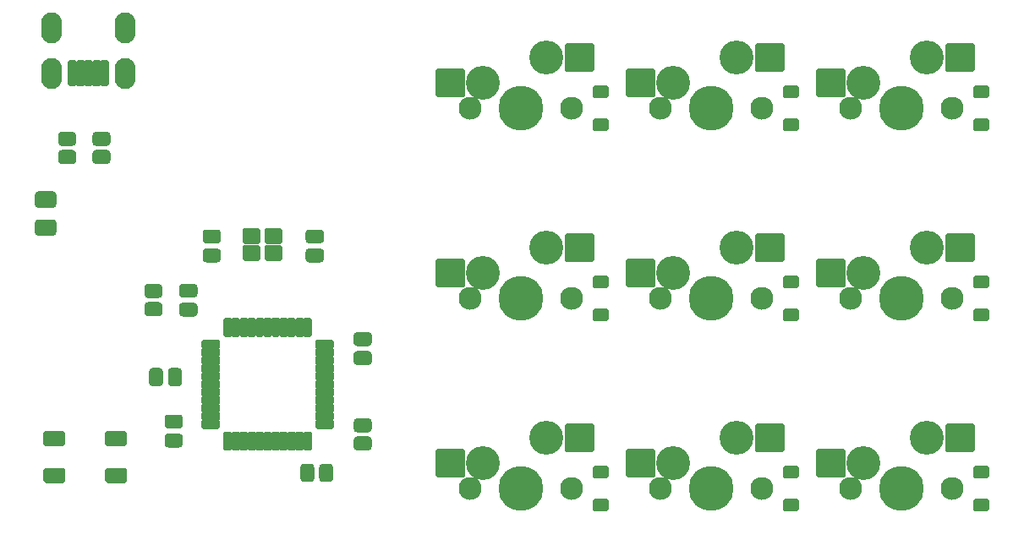
<source format=gbr>
%TF.GenerationSoftware,KiCad,Pcbnew,(5.1.9)-1*%
%TF.CreationDate,2021-06-16T12:24:14-05:00*%
%TF.ProjectId,practice-pcb-ai03-tutorial,70726163-7469-4636-952d-7063622d6169,rev?*%
%TF.SameCoordinates,Original*%
%TF.FileFunction,Soldermask,Bot*%
%TF.FilePolarity,Negative*%
%FSLAX46Y46*%
G04 Gerber Fmt 4.6, Leading zero omitted, Abs format (unit mm)*
G04 Created by KiCad (PCBNEW (5.1.9)-1) date 2021-06-16 12:24:14*
%MOMM*%
%LPD*%
G01*
G04 APERTURE LIST*
%ADD10C,3.400000*%
%ADD11C,2.300000*%
%ADD12C,4.500000*%
%ADD13O,2.100000X3.100000*%
G04 APERTURE END LIST*
D10*
%TO.C,SW1*%
X2540000Y5080000D03*
X-3810000Y2540000D03*
G36*
G01*
X7317000Y6330000D02*
X7317000Y3830000D01*
G75*
G02*
X7117000Y3630000I-200000J0D01*
G01*
X4567000Y3630000D01*
G75*
G02*
X4367000Y3830000I0J200000D01*
G01*
X4367000Y6330000D01*
G75*
G02*
X4567000Y6530000I200000J0D01*
G01*
X7117000Y6530000D01*
G75*
G02*
X7317000Y6330000I0J-200000D01*
G01*
G37*
D11*
X-5080000Y0D03*
X5080000Y0D03*
D12*
X0Y0D03*
G36*
G01*
X-5610000Y3790000D02*
X-5610000Y1290000D01*
G75*
G02*
X-5810000Y1090000I-200000J0D01*
G01*
X-8360000Y1090000D01*
G75*
G02*
X-8560000Y1290000I0J200000D01*
G01*
X-8560000Y3790000D01*
G75*
G02*
X-8360000Y3990000I200000J0D01*
G01*
X-5810000Y3990000D01*
G75*
G02*
X-5610000Y3790000I0J-200000D01*
G01*
G37*
%TD*%
%TO.C,SW2*%
G36*
G01*
X13440000Y3790000D02*
X13440000Y1290000D01*
G75*
G02*
X13240000Y1090000I-200000J0D01*
G01*
X10690000Y1090000D01*
G75*
G02*
X10490000Y1290000I0J200000D01*
G01*
X10490000Y3790000D01*
G75*
G02*
X10690000Y3990000I200000J0D01*
G01*
X13240000Y3990000D01*
G75*
G02*
X13440000Y3790000I0J-200000D01*
G01*
G37*
X19050000Y0D03*
D11*
X24130000Y0D03*
X13970000Y0D03*
G36*
G01*
X26367000Y6330000D02*
X26367000Y3830000D01*
G75*
G02*
X26167000Y3630000I-200000J0D01*
G01*
X23617000Y3630000D01*
G75*
G02*
X23417000Y3830000I0J200000D01*
G01*
X23417000Y6330000D01*
G75*
G02*
X23617000Y6530000I200000J0D01*
G01*
X26167000Y6530000D01*
G75*
G02*
X26367000Y6330000I0J-200000D01*
G01*
G37*
D10*
X15240000Y2540000D03*
X21590000Y5080000D03*
%TD*%
%TO.C,SW3*%
G36*
G01*
X32490000Y3790000D02*
X32490000Y1290000D01*
G75*
G02*
X32290000Y1090000I-200000J0D01*
G01*
X29740000Y1090000D01*
G75*
G02*
X29540000Y1290000I0J200000D01*
G01*
X29540000Y3790000D01*
G75*
G02*
X29740000Y3990000I200000J0D01*
G01*
X32290000Y3990000D01*
G75*
G02*
X32490000Y3790000I0J-200000D01*
G01*
G37*
D12*
X38100000Y0D03*
D11*
X43180000Y0D03*
X33020000Y0D03*
G36*
G01*
X45417000Y6330000D02*
X45417000Y3830000D01*
G75*
G02*
X45217000Y3630000I-200000J0D01*
G01*
X42667000Y3630000D01*
G75*
G02*
X42467000Y3830000I0J200000D01*
G01*
X42467000Y6330000D01*
G75*
G02*
X42667000Y6530000I200000J0D01*
G01*
X45217000Y6530000D01*
G75*
G02*
X45417000Y6330000I0J-200000D01*
G01*
G37*
D10*
X34290000Y2540000D03*
X40640000Y5080000D03*
%TD*%
%TO.C,SW4*%
G36*
G01*
X-5610000Y-15260000D02*
X-5610000Y-17760000D01*
G75*
G02*
X-5810000Y-17960000I-200000J0D01*
G01*
X-8360000Y-17960000D01*
G75*
G02*
X-8560000Y-17760000I0J200000D01*
G01*
X-8560000Y-15260000D01*
G75*
G02*
X-8360000Y-15060000I200000J0D01*
G01*
X-5810000Y-15060000D01*
G75*
G02*
X-5610000Y-15260000I0J-200000D01*
G01*
G37*
D12*
X0Y-19050000D03*
D11*
X5080000Y-19050000D03*
X-5080000Y-19050000D03*
G36*
G01*
X7317000Y-12720000D02*
X7317000Y-15220000D01*
G75*
G02*
X7117000Y-15420000I-200000J0D01*
G01*
X4567000Y-15420000D01*
G75*
G02*
X4367000Y-15220000I0J200000D01*
G01*
X4367000Y-12720000D01*
G75*
G02*
X4567000Y-12520000I200000J0D01*
G01*
X7117000Y-12520000D01*
G75*
G02*
X7317000Y-12720000I0J-200000D01*
G01*
G37*
D10*
X-3810000Y-16510000D03*
X2540000Y-13970000D03*
%TD*%
%TO.C,SW5*%
G36*
G01*
X13440000Y-15260000D02*
X13440000Y-17760000D01*
G75*
G02*
X13240000Y-17960000I-200000J0D01*
G01*
X10690000Y-17960000D01*
G75*
G02*
X10490000Y-17760000I0J200000D01*
G01*
X10490000Y-15260000D01*
G75*
G02*
X10690000Y-15060000I200000J0D01*
G01*
X13240000Y-15060000D01*
G75*
G02*
X13440000Y-15260000I0J-200000D01*
G01*
G37*
D12*
X19050000Y-19050000D03*
D11*
X24130000Y-19050000D03*
X13970000Y-19050000D03*
G36*
G01*
X26367000Y-12720000D02*
X26367000Y-15220000D01*
G75*
G02*
X26167000Y-15420000I-200000J0D01*
G01*
X23617000Y-15420000D01*
G75*
G02*
X23417000Y-15220000I0J200000D01*
G01*
X23417000Y-12720000D01*
G75*
G02*
X23617000Y-12520000I200000J0D01*
G01*
X26167000Y-12520000D01*
G75*
G02*
X26367000Y-12720000I0J-200000D01*
G01*
G37*
D10*
X15240000Y-16510000D03*
X21590000Y-13970000D03*
%TD*%
%TO.C,SW6*%
G36*
G01*
X32490000Y-15260000D02*
X32490000Y-17760000D01*
G75*
G02*
X32290000Y-17960000I-200000J0D01*
G01*
X29740000Y-17960000D01*
G75*
G02*
X29540000Y-17760000I0J200000D01*
G01*
X29540000Y-15260000D01*
G75*
G02*
X29740000Y-15060000I200000J0D01*
G01*
X32290000Y-15060000D01*
G75*
G02*
X32490000Y-15260000I0J-200000D01*
G01*
G37*
D12*
X38100000Y-19050000D03*
D11*
X43180000Y-19050000D03*
X33020000Y-19050000D03*
G36*
G01*
X45417000Y-12720000D02*
X45417000Y-15220000D01*
G75*
G02*
X45217000Y-15420000I-200000J0D01*
G01*
X42667000Y-15420000D01*
G75*
G02*
X42467000Y-15220000I0J200000D01*
G01*
X42467000Y-12720000D01*
G75*
G02*
X42667000Y-12520000I200000J0D01*
G01*
X45217000Y-12520000D01*
G75*
G02*
X45417000Y-12720000I0J-200000D01*
G01*
G37*
D10*
X34290000Y-16510000D03*
X40640000Y-13970000D03*
%TD*%
%TO.C,SW7*%
G36*
G01*
X-5610000Y-34310000D02*
X-5610000Y-36810000D01*
G75*
G02*
X-5810000Y-37010000I-200000J0D01*
G01*
X-8360000Y-37010000D01*
G75*
G02*
X-8560000Y-36810000I0J200000D01*
G01*
X-8560000Y-34310000D01*
G75*
G02*
X-8360000Y-34110000I200000J0D01*
G01*
X-5810000Y-34110000D01*
G75*
G02*
X-5610000Y-34310000I0J-200000D01*
G01*
G37*
D12*
X0Y-38100000D03*
D11*
X5080000Y-38100000D03*
X-5080000Y-38100000D03*
G36*
G01*
X7317000Y-31770000D02*
X7317000Y-34270000D01*
G75*
G02*
X7117000Y-34470000I-200000J0D01*
G01*
X4567000Y-34470000D01*
G75*
G02*
X4367000Y-34270000I0J200000D01*
G01*
X4367000Y-31770000D01*
G75*
G02*
X4567000Y-31570000I200000J0D01*
G01*
X7117000Y-31570000D01*
G75*
G02*
X7317000Y-31770000I0J-200000D01*
G01*
G37*
D10*
X-3810000Y-35560000D03*
X2540000Y-33020000D03*
%TD*%
%TO.C,SW8*%
G36*
G01*
X13440000Y-34310000D02*
X13440000Y-36810000D01*
G75*
G02*
X13240000Y-37010000I-200000J0D01*
G01*
X10690000Y-37010000D01*
G75*
G02*
X10490000Y-36810000I0J200000D01*
G01*
X10490000Y-34310000D01*
G75*
G02*
X10690000Y-34110000I200000J0D01*
G01*
X13240000Y-34110000D01*
G75*
G02*
X13440000Y-34310000I0J-200000D01*
G01*
G37*
D12*
X19050000Y-38100000D03*
D11*
X24130000Y-38100000D03*
X13970000Y-38100000D03*
G36*
G01*
X26367000Y-31770000D02*
X26367000Y-34270000D01*
G75*
G02*
X26167000Y-34470000I-200000J0D01*
G01*
X23617000Y-34470000D01*
G75*
G02*
X23417000Y-34270000I0J200000D01*
G01*
X23417000Y-31770000D01*
G75*
G02*
X23617000Y-31570000I200000J0D01*
G01*
X26167000Y-31570000D01*
G75*
G02*
X26367000Y-31770000I0J-200000D01*
G01*
G37*
D10*
X15240000Y-35560000D03*
X21590000Y-33020000D03*
%TD*%
%TO.C,SW9*%
G36*
G01*
X32490000Y-34310000D02*
X32490000Y-36810000D01*
G75*
G02*
X32290000Y-37010000I-200000J0D01*
G01*
X29740000Y-37010000D01*
G75*
G02*
X29540000Y-36810000I0J200000D01*
G01*
X29540000Y-34310000D01*
G75*
G02*
X29740000Y-34110000I200000J0D01*
G01*
X32290000Y-34110000D01*
G75*
G02*
X32490000Y-34310000I0J-200000D01*
G01*
G37*
D12*
X38100000Y-38100000D03*
D11*
X43180000Y-38100000D03*
X33020000Y-38100000D03*
G36*
G01*
X45417000Y-31770000D02*
X45417000Y-34270000D01*
G75*
G02*
X45217000Y-34470000I-200000J0D01*
G01*
X42667000Y-34470000D01*
G75*
G02*
X42467000Y-34270000I0J200000D01*
G01*
X42467000Y-31770000D01*
G75*
G02*
X42667000Y-31570000I200000J0D01*
G01*
X45217000Y-31570000D01*
G75*
G02*
X45417000Y-31770000I0J-200000D01*
G01*
G37*
D10*
X34290000Y-35560000D03*
X40640000Y-33020000D03*
%TD*%
D13*
%TO.C,USB1*%
X-46987500Y8032750D03*
X-39687500Y8032750D03*
X-39687500Y3532750D03*
X-46987500Y3532750D03*
G36*
G01*
X-45187500Y4857750D02*
X-44687500Y4857750D01*
G75*
G02*
X-44487500Y4657750I0J-200000D01*
G01*
X-44487500Y2407750D01*
G75*
G02*
X-44687500Y2207750I-200000J0D01*
G01*
X-45187500Y2207750D01*
G75*
G02*
X-45387500Y2407750I0J200000D01*
G01*
X-45387500Y4657750D01*
G75*
G02*
X-45187500Y4857750I200000J0D01*
G01*
G37*
G36*
G01*
X-44387500Y4857750D02*
X-43887500Y4857750D01*
G75*
G02*
X-43687500Y4657750I0J-200000D01*
G01*
X-43687500Y2407750D01*
G75*
G02*
X-43887500Y2207750I-200000J0D01*
G01*
X-44387500Y2207750D01*
G75*
G02*
X-44587500Y2407750I0J200000D01*
G01*
X-44587500Y4657750D01*
G75*
G02*
X-44387500Y4857750I200000J0D01*
G01*
G37*
G36*
G01*
X-43587500Y4857750D02*
X-43087500Y4857750D01*
G75*
G02*
X-42887500Y4657750I0J-200000D01*
G01*
X-42887500Y2407750D01*
G75*
G02*
X-43087500Y2207750I-200000J0D01*
G01*
X-43587500Y2207750D01*
G75*
G02*
X-43787500Y2407750I0J200000D01*
G01*
X-43787500Y4657750D01*
G75*
G02*
X-43587500Y4857750I200000J0D01*
G01*
G37*
G36*
G01*
X-42787500Y4857750D02*
X-42287500Y4857750D01*
G75*
G02*
X-42087500Y4657750I0J-200000D01*
G01*
X-42087500Y2407750D01*
G75*
G02*
X-42287500Y2207750I-200000J0D01*
G01*
X-42787500Y2207750D01*
G75*
G02*
X-42987500Y2407750I0J200000D01*
G01*
X-42987500Y4657750D01*
G75*
G02*
X-42787500Y4857750I200000J0D01*
G01*
G37*
G36*
G01*
X-41987500Y4857750D02*
X-41487500Y4857750D01*
G75*
G02*
X-41287500Y4657750I0J-200000D01*
G01*
X-41287500Y2407750D01*
G75*
G02*
X-41487500Y2207750I-200000J0D01*
G01*
X-41987500Y2207750D01*
G75*
G02*
X-42187500Y2407750I0J200000D01*
G01*
X-42187500Y4657750D01*
G75*
G02*
X-41987500Y4857750I200000J0D01*
G01*
G37*
%TD*%
%TO.C,R4*%
G36*
G01*
X-15322559Y-32462500D02*
X-16427441Y-32462500D01*
G75*
G02*
X-16775000Y-32114941I0J347559D01*
G01*
X-16775000Y-31385059D01*
G75*
G02*
X-16427441Y-31037500I347559J0D01*
G01*
X-15322559Y-31037500D01*
G75*
G02*
X-14975000Y-31385059I0J-347559D01*
G01*
X-14975000Y-32114941D01*
G75*
G02*
X-15322559Y-32462500I-347559J0D01*
G01*
G37*
G36*
G01*
X-15322559Y-34287500D02*
X-16427441Y-34287500D01*
G75*
G02*
X-16775000Y-33939941I0J347559D01*
G01*
X-16775000Y-33210059D01*
G75*
G02*
X-16427441Y-32862500I347559J0D01*
G01*
X-15322559Y-32862500D01*
G75*
G02*
X-14975000Y-33210059I0J-347559D01*
G01*
X-14975000Y-33939941D01*
G75*
G02*
X-15322559Y-34287500I-347559J0D01*
G01*
G37*
%TD*%
%TO.C,R3*%
G36*
G01*
X-37382441Y-19400500D02*
X-36277559Y-19400500D01*
G75*
G02*
X-35930000Y-19748059I0J-347559D01*
G01*
X-35930000Y-20477941D01*
G75*
G02*
X-36277559Y-20825500I-347559J0D01*
G01*
X-37382441Y-20825500D01*
G75*
G02*
X-37730000Y-20477941I0J347559D01*
G01*
X-37730000Y-19748059D01*
G75*
G02*
X-37382441Y-19400500I347559J0D01*
G01*
G37*
G36*
G01*
X-37382441Y-17575500D02*
X-36277559Y-17575500D01*
G75*
G02*
X-35930000Y-17923059I0J-347559D01*
G01*
X-35930000Y-18652941D01*
G75*
G02*
X-36277559Y-19000500I-347559J0D01*
G01*
X-37382441Y-19000500D01*
G75*
G02*
X-37730000Y-18652941I0J347559D01*
G01*
X-37730000Y-17923059D01*
G75*
G02*
X-37382441Y-17575500I347559J0D01*
G01*
G37*
%TD*%
%TO.C,R2*%
G36*
G01*
X-41484559Y-3760500D02*
X-42589441Y-3760500D01*
G75*
G02*
X-42937000Y-3412941I0J347559D01*
G01*
X-42937000Y-2683059D01*
G75*
G02*
X-42589441Y-2335500I347559J0D01*
G01*
X-41484559Y-2335500D01*
G75*
G02*
X-41137000Y-2683059I0J-347559D01*
G01*
X-41137000Y-3412941D01*
G75*
G02*
X-41484559Y-3760500I-347559J0D01*
G01*
G37*
G36*
G01*
X-41484559Y-5585500D02*
X-42589441Y-5585500D01*
G75*
G02*
X-42937000Y-5237941I0J347559D01*
G01*
X-42937000Y-4508059D01*
G75*
G02*
X-42589441Y-4160500I347559J0D01*
G01*
X-41484559Y-4160500D01*
G75*
G02*
X-41137000Y-4508059I0J-347559D01*
G01*
X-41137000Y-5237941D01*
G75*
G02*
X-41484559Y-5585500I-347559J0D01*
G01*
G37*
%TD*%
%TO.C,R1*%
G36*
G01*
X-44913559Y-3760500D02*
X-46018441Y-3760500D01*
G75*
G02*
X-46366000Y-3412941I0J347559D01*
G01*
X-46366000Y-2683059D01*
G75*
G02*
X-46018441Y-2335500I347559J0D01*
G01*
X-44913559Y-2335500D01*
G75*
G02*
X-44566000Y-2683059I0J-347559D01*
G01*
X-44566000Y-3412941D01*
G75*
G02*
X-44913559Y-3760500I-347559J0D01*
G01*
G37*
G36*
G01*
X-44913559Y-5585500D02*
X-46018441Y-5585500D01*
G75*
G02*
X-46366000Y-5237941I0J347559D01*
G01*
X-46366000Y-4508059D01*
G75*
G02*
X-46018441Y-4160500I347559J0D01*
G01*
X-44913559Y-4160500D01*
G75*
G02*
X-44566000Y-4508059I0J-347559D01*
G01*
X-44566000Y-5237941D01*
G75*
G02*
X-44913559Y-5585500I-347559J0D01*
G01*
G37*
%TD*%
%TO.C,Y1*%
G36*
G01*
X-23919250Y-12170750D02*
X-23919250Y-13370750D01*
G75*
G02*
X-24119250Y-13570750I-200000J0D01*
G01*
X-25519250Y-13570750D01*
G75*
G02*
X-25719250Y-13370750I0J200000D01*
G01*
X-25719250Y-12170750D01*
G75*
G02*
X-25519250Y-11970750I200000J0D01*
G01*
X-24119250Y-11970750D01*
G75*
G02*
X-23919250Y-12170750I0J-200000D01*
G01*
G37*
G36*
G01*
X-26119250Y-12170750D02*
X-26119250Y-13370750D01*
G75*
G02*
X-26319250Y-13570750I-200000J0D01*
G01*
X-27719250Y-13570750D01*
G75*
G02*
X-27919250Y-13370750I0J200000D01*
G01*
X-27919250Y-12170750D01*
G75*
G02*
X-27719250Y-11970750I200000J0D01*
G01*
X-26319250Y-11970750D01*
G75*
G02*
X-26119250Y-12170750I0J-200000D01*
G01*
G37*
G36*
G01*
X-26119250Y-13870750D02*
X-26119250Y-15070750D01*
G75*
G02*
X-26319250Y-15270750I-200000J0D01*
G01*
X-27719250Y-15270750D01*
G75*
G02*
X-27919250Y-15070750I0J200000D01*
G01*
X-27919250Y-13870750D01*
G75*
G02*
X-27719250Y-13670750I200000J0D01*
G01*
X-26319250Y-13670750D01*
G75*
G02*
X-26119250Y-13870750I0J-200000D01*
G01*
G37*
G36*
G01*
X-23919250Y-13870750D02*
X-23919250Y-15070750D01*
G75*
G02*
X-24119250Y-15270750I-200000J0D01*
G01*
X-25519250Y-15270750D01*
G75*
G02*
X-25719250Y-15070750I0J200000D01*
G01*
X-25719250Y-13870750D01*
G75*
G02*
X-25519250Y-13670750I200000J0D01*
G01*
X-24119250Y-13670750D01*
G75*
G02*
X-23919250Y-13870750I0J-200000D01*
G01*
G37*
%TD*%
%TO.C,U1*%
G36*
G01*
X-32043750Y-31912500D02*
X-32043750Y-31362500D01*
G75*
G02*
X-31843750Y-31162500I200000J0D01*
G01*
X-30343750Y-31162500D01*
G75*
G02*
X-30143750Y-31362500I0J-200000D01*
G01*
X-30143750Y-31912500D01*
G75*
G02*
X-30343750Y-32112500I-200000J0D01*
G01*
X-31843750Y-32112500D01*
G75*
G02*
X-32043750Y-31912500I0J200000D01*
G01*
G37*
G36*
G01*
X-32043750Y-31112500D02*
X-32043750Y-30562500D01*
G75*
G02*
X-31843750Y-30362500I200000J0D01*
G01*
X-30343750Y-30362500D01*
G75*
G02*
X-30143750Y-30562500I0J-200000D01*
G01*
X-30143750Y-31112500D01*
G75*
G02*
X-30343750Y-31312500I-200000J0D01*
G01*
X-31843750Y-31312500D01*
G75*
G02*
X-32043750Y-31112500I0J200000D01*
G01*
G37*
G36*
G01*
X-32043750Y-30312500D02*
X-32043750Y-29762500D01*
G75*
G02*
X-31843750Y-29562500I200000J0D01*
G01*
X-30343750Y-29562500D01*
G75*
G02*
X-30143750Y-29762500I0J-200000D01*
G01*
X-30143750Y-30312500D01*
G75*
G02*
X-30343750Y-30512500I-200000J0D01*
G01*
X-31843750Y-30512500D01*
G75*
G02*
X-32043750Y-30312500I0J200000D01*
G01*
G37*
G36*
G01*
X-32043750Y-29512500D02*
X-32043750Y-28962500D01*
G75*
G02*
X-31843750Y-28762500I200000J0D01*
G01*
X-30343750Y-28762500D01*
G75*
G02*
X-30143750Y-28962500I0J-200000D01*
G01*
X-30143750Y-29512500D01*
G75*
G02*
X-30343750Y-29712500I-200000J0D01*
G01*
X-31843750Y-29712500D01*
G75*
G02*
X-32043750Y-29512500I0J200000D01*
G01*
G37*
G36*
G01*
X-32043750Y-28712500D02*
X-32043750Y-28162500D01*
G75*
G02*
X-31843750Y-27962500I200000J0D01*
G01*
X-30343750Y-27962500D01*
G75*
G02*
X-30143750Y-28162500I0J-200000D01*
G01*
X-30143750Y-28712500D01*
G75*
G02*
X-30343750Y-28912500I-200000J0D01*
G01*
X-31843750Y-28912500D01*
G75*
G02*
X-32043750Y-28712500I0J200000D01*
G01*
G37*
G36*
G01*
X-32043750Y-27912500D02*
X-32043750Y-27362500D01*
G75*
G02*
X-31843750Y-27162500I200000J0D01*
G01*
X-30343750Y-27162500D01*
G75*
G02*
X-30143750Y-27362500I0J-200000D01*
G01*
X-30143750Y-27912500D01*
G75*
G02*
X-30343750Y-28112500I-200000J0D01*
G01*
X-31843750Y-28112500D01*
G75*
G02*
X-32043750Y-27912500I0J200000D01*
G01*
G37*
G36*
G01*
X-32043750Y-27112500D02*
X-32043750Y-26562500D01*
G75*
G02*
X-31843750Y-26362500I200000J0D01*
G01*
X-30343750Y-26362500D01*
G75*
G02*
X-30143750Y-26562500I0J-200000D01*
G01*
X-30143750Y-27112500D01*
G75*
G02*
X-30343750Y-27312500I-200000J0D01*
G01*
X-31843750Y-27312500D01*
G75*
G02*
X-32043750Y-27112500I0J200000D01*
G01*
G37*
G36*
G01*
X-32043750Y-26312500D02*
X-32043750Y-25762500D01*
G75*
G02*
X-31843750Y-25562500I200000J0D01*
G01*
X-30343750Y-25562500D01*
G75*
G02*
X-30143750Y-25762500I0J-200000D01*
G01*
X-30143750Y-26312500D01*
G75*
G02*
X-30343750Y-26512500I-200000J0D01*
G01*
X-31843750Y-26512500D01*
G75*
G02*
X-32043750Y-26312500I0J200000D01*
G01*
G37*
G36*
G01*
X-32043750Y-25512500D02*
X-32043750Y-24962500D01*
G75*
G02*
X-31843750Y-24762500I200000J0D01*
G01*
X-30343750Y-24762500D01*
G75*
G02*
X-30143750Y-24962500I0J-200000D01*
G01*
X-30143750Y-25512500D01*
G75*
G02*
X-30343750Y-25712500I-200000J0D01*
G01*
X-31843750Y-25712500D01*
G75*
G02*
X-32043750Y-25512500I0J200000D01*
G01*
G37*
G36*
G01*
X-32043750Y-24712500D02*
X-32043750Y-24162500D01*
G75*
G02*
X-31843750Y-23962500I200000J0D01*
G01*
X-30343750Y-23962500D01*
G75*
G02*
X-30143750Y-24162500I0J-200000D01*
G01*
X-30143750Y-24712500D01*
G75*
G02*
X-30343750Y-24912500I-200000J0D01*
G01*
X-31843750Y-24912500D01*
G75*
G02*
X-32043750Y-24712500I0J200000D01*
G01*
G37*
G36*
G01*
X-32043750Y-23912500D02*
X-32043750Y-23362500D01*
G75*
G02*
X-31843750Y-23162500I200000J0D01*
G01*
X-30343750Y-23162500D01*
G75*
G02*
X-30143750Y-23362500I0J-200000D01*
G01*
X-30143750Y-23912500D01*
G75*
G02*
X-30343750Y-24112500I-200000J0D01*
G01*
X-31843750Y-24112500D01*
G75*
G02*
X-32043750Y-23912500I0J200000D01*
G01*
G37*
G36*
G01*
X-29668750Y-20987500D02*
X-29118750Y-20987500D01*
G75*
G02*
X-28918750Y-21187500I0J-200000D01*
G01*
X-28918750Y-22687500D01*
G75*
G02*
X-29118750Y-22887500I-200000J0D01*
G01*
X-29668750Y-22887500D01*
G75*
G02*
X-29868750Y-22687500I0J200000D01*
G01*
X-29868750Y-21187500D01*
G75*
G02*
X-29668750Y-20987500I200000J0D01*
G01*
G37*
G36*
G01*
X-28868750Y-20987500D02*
X-28318750Y-20987500D01*
G75*
G02*
X-28118750Y-21187500I0J-200000D01*
G01*
X-28118750Y-22687500D01*
G75*
G02*
X-28318750Y-22887500I-200000J0D01*
G01*
X-28868750Y-22887500D01*
G75*
G02*
X-29068750Y-22687500I0J200000D01*
G01*
X-29068750Y-21187500D01*
G75*
G02*
X-28868750Y-20987500I200000J0D01*
G01*
G37*
G36*
G01*
X-28068750Y-20987500D02*
X-27518750Y-20987500D01*
G75*
G02*
X-27318750Y-21187500I0J-200000D01*
G01*
X-27318750Y-22687500D01*
G75*
G02*
X-27518750Y-22887500I-200000J0D01*
G01*
X-28068750Y-22887500D01*
G75*
G02*
X-28268750Y-22687500I0J200000D01*
G01*
X-28268750Y-21187500D01*
G75*
G02*
X-28068750Y-20987500I200000J0D01*
G01*
G37*
G36*
G01*
X-27268750Y-20987500D02*
X-26718750Y-20987500D01*
G75*
G02*
X-26518750Y-21187500I0J-200000D01*
G01*
X-26518750Y-22687500D01*
G75*
G02*
X-26718750Y-22887500I-200000J0D01*
G01*
X-27268750Y-22887500D01*
G75*
G02*
X-27468750Y-22687500I0J200000D01*
G01*
X-27468750Y-21187500D01*
G75*
G02*
X-27268750Y-20987500I200000J0D01*
G01*
G37*
G36*
G01*
X-26468750Y-20987500D02*
X-25918750Y-20987500D01*
G75*
G02*
X-25718750Y-21187500I0J-200000D01*
G01*
X-25718750Y-22687500D01*
G75*
G02*
X-25918750Y-22887500I-200000J0D01*
G01*
X-26468750Y-22887500D01*
G75*
G02*
X-26668750Y-22687500I0J200000D01*
G01*
X-26668750Y-21187500D01*
G75*
G02*
X-26468750Y-20987500I200000J0D01*
G01*
G37*
G36*
G01*
X-25668750Y-20987500D02*
X-25118750Y-20987500D01*
G75*
G02*
X-24918750Y-21187500I0J-200000D01*
G01*
X-24918750Y-22687500D01*
G75*
G02*
X-25118750Y-22887500I-200000J0D01*
G01*
X-25668750Y-22887500D01*
G75*
G02*
X-25868750Y-22687500I0J200000D01*
G01*
X-25868750Y-21187500D01*
G75*
G02*
X-25668750Y-20987500I200000J0D01*
G01*
G37*
G36*
G01*
X-24868750Y-20987500D02*
X-24318750Y-20987500D01*
G75*
G02*
X-24118750Y-21187500I0J-200000D01*
G01*
X-24118750Y-22687500D01*
G75*
G02*
X-24318750Y-22887500I-200000J0D01*
G01*
X-24868750Y-22887500D01*
G75*
G02*
X-25068750Y-22687500I0J200000D01*
G01*
X-25068750Y-21187500D01*
G75*
G02*
X-24868750Y-20987500I200000J0D01*
G01*
G37*
G36*
G01*
X-24068750Y-20987500D02*
X-23518750Y-20987500D01*
G75*
G02*
X-23318750Y-21187500I0J-200000D01*
G01*
X-23318750Y-22687500D01*
G75*
G02*
X-23518750Y-22887500I-200000J0D01*
G01*
X-24068750Y-22887500D01*
G75*
G02*
X-24268750Y-22687500I0J200000D01*
G01*
X-24268750Y-21187500D01*
G75*
G02*
X-24068750Y-20987500I200000J0D01*
G01*
G37*
G36*
G01*
X-23268750Y-20987500D02*
X-22718750Y-20987500D01*
G75*
G02*
X-22518750Y-21187500I0J-200000D01*
G01*
X-22518750Y-22687500D01*
G75*
G02*
X-22718750Y-22887500I-200000J0D01*
G01*
X-23268750Y-22887500D01*
G75*
G02*
X-23468750Y-22687500I0J200000D01*
G01*
X-23468750Y-21187500D01*
G75*
G02*
X-23268750Y-20987500I200000J0D01*
G01*
G37*
G36*
G01*
X-22468750Y-20987500D02*
X-21918750Y-20987500D01*
G75*
G02*
X-21718750Y-21187500I0J-200000D01*
G01*
X-21718750Y-22687500D01*
G75*
G02*
X-21918750Y-22887500I-200000J0D01*
G01*
X-22468750Y-22887500D01*
G75*
G02*
X-22668750Y-22687500I0J200000D01*
G01*
X-22668750Y-21187500D01*
G75*
G02*
X-22468750Y-20987500I200000J0D01*
G01*
G37*
G36*
G01*
X-21668750Y-20987500D02*
X-21118750Y-20987500D01*
G75*
G02*
X-20918750Y-21187500I0J-200000D01*
G01*
X-20918750Y-22687500D01*
G75*
G02*
X-21118750Y-22887500I-200000J0D01*
G01*
X-21668750Y-22887500D01*
G75*
G02*
X-21868750Y-22687500I0J200000D01*
G01*
X-21868750Y-21187500D01*
G75*
G02*
X-21668750Y-20987500I200000J0D01*
G01*
G37*
G36*
G01*
X-20643750Y-23912500D02*
X-20643750Y-23362500D01*
G75*
G02*
X-20443750Y-23162500I200000J0D01*
G01*
X-18943750Y-23162500D01*
G75*
G02*
X-18743750Y-23362500I0J-200000D01*
G01*
X-18743750Y-23912500D01*
G75*
G02*
X-18943750Y-24112500I-200000J0D01*
G01*
X-20443750Y-24112500D01*
G75*
G02*
X-20643750Y-23912500I0J200000D01*
G01*
G37*
G36*
G01*
X-20643750Y-24712500D02*
X-20643750Y-24162500D01*
G75*
G02*
X-20443750Y-23962500I200000J0D01*
G01*
X-18943750Y-23962500D01*
G75*
G02*
X-18743750Y-24162500I0J-200000D01*
G01*
X-18743750Y-24712500D01*
G75*
G02*
X-18943750Y-24912500I-200000J0D01*
G01*
X-20443750Y-24912500D01*
G75*
G02*
X-20643750Y-24712500I0J200000D01*
G01*
G37*
G36*
G01*
X-20643750Y-25512500D02*
X-20643750Y-24962500D01*
G75*
G02*
X-20443750Y-24762500I200000J0D01*
G01*
X-18943750Y-24762500D01*
G75*
G02*
X-18743750Y-24962500I0J-200000D01*
G01*
X-18743750Y-25512500D01*
G75*
G02*
X-18943750Y-25712500I-200000J0D01*
G01*
X-20443750Y-25712500D01*
G75*
G02*
X-20643750Y-25512500I0J200000D01*
G01*
G37*
G36*
G01*
X-20643750Y-26312500D02*
X-20643750Y-25762500D01*
G75*
G02*
X-20443750Y-25562500I200000J0D01*
G01*
X-18943750Y-25562500D01*
G75*
G02*
X-18743750Y-25762500I0J-200000D01*
G01*
X-18743750Y-26312500D01*
G75*
G02*
X-18943750Y-26512500I-200000J0D01*
G01*
X-20443750Y-26512500D01*
G75*
G02*
X-20643750Y-26312500I0J200000D01*
G01*
G37*
G36*
G01*
X-20643750Y-27112500D02*
X-20643750Y-26562500D01*
G75*
G02*
X-20443750Y-26362500I200000J0D01*
G01*
X-18943750Y-26362500D01*
G75*
G02*
X-18743750Y-26562500I0J-200000D01*
G01*
X-18743750Y-27112500D01*
G75*
G02*
X-18943750Y-27312500I-200000J0D01*
G01*
X-20443750Y-27312500D01*
G75*
G02*
X-20643750Y-27112500I0J200000D01*
G01*
G37*
G36*
G01*
X-20643750Y-27912500D02*
X-20643750Y-27362500D01*
G75*
G02*
X-20443750Y-27162500I200000J0D01*
G01*
X-18943750Y-27162500D01*
G75*
G02*
X-18743750Y-27362500I0J-200000D01*
G01*
X-18743750Y-27912500D01*
G75*
G02*
X-18943750Y-28112500I-200000J0D01*
G01*
X-20443750Y-28112500D01*
G75*
G02*
X-20643750Y-27912500I0J200000D01*
G01*
G37*
G36*
G01*
X-20643750Y-28712500D02*
X-20643750Y-28162500D01*
G75*
G02*
X-20443750Y-27962500I200000J0D01*
G01*
X-18943750Y-27962500D01*
G75*
G02*
X-18743750Y-28162500I0J-200000D01*
G01*
X-18743750Y-28712500D01*
G75*
G02*
X-18943750Y-28912500I-200000J0D01*
G01*
X-20443750Y-28912500D01*
G75*
G02*
X-20643750Y-28712500I0J200000D01*
G01*
G37*
G36*
G01*
X-20643750Y-29512500D02*
X-20643750Y-28962500D01*
G75*
G02*
X-20443750Y-28762500I200000J0D01*
G01*
X-18943750Y-28762500D01*
G75*
G02*
X-18743750Y-28962500I0J-200000D01*
G01*
X-18743750Y-29512500D01*
G75*
G02*
X-18943750Y-29712500I-200000J0D01*
G01*
X-20443750Y-29712500D01*
G75*
G02*
X-20643750Y-29512500I0J200000D01*
G01*
G37*
G36*
G01*
X-20643750Y-30312500D02*
X-20643750Y-29762500D01*
G75*
G02*
X-20443750Y-29562500I200000J0D01*
G01*
X-18943750Y-29562500D01*
G75*
G02*
X-18743750Y-29762500I0J-200000D01*
G01*
X-18743750Y-30312500D01*
G75*
G02*
X-18943750Y-30512500I-200000J0D01*
G01*
X-20443750Y-30512500D01*
G75*
G02*
X-20643750Y-30312500I0J200000D01*
G01*
G37*
G36*
G01*
X-20643750Y-31112500D02*
X-20643750Y-30562500D01*
G75*
G02*
X-20443750Y-30362500I200000J0D01*
G01*
X-18943750Y-30362500D01*
G75*
G02*
X-18743750Y-30562500I0J-200000D01*
G01*
X-18743750Y-31112500D01*
G75*
G02*
X-18943750Y-31312500I-200000J0D01*
G01*
X-20443750Y-31312500D01*
G75*
G02*
X-20643750Y-31112500I0J200000D01*
G01*
G37*
G36*
G01*
X-20643750Y-31912500D02*
X-20643750Y-31362500D01*
G75*
G02*
X-20443750Y-31162500I200000J0D01*
G01*
X-18943750Y-31162500D01*
G75*
G02*
X-18743750Y-31362500I0J-200000D01*
G01*
X-18743750Y-31912500D01*
G75*
G02*
X-18943750Y-32112500I-200000J0D01*
G01*
X-20443750Y-32112500D01*
G75*
G02*
X-20643750Y-31912500I0J200000D01*
G01*
G37*
G36*
G01*
X-21668750Y-32387500D02*
X-21118750Y-32387500D01*
G75*
G02*
X-20918750Y-32587500I0J-200000D01*
G01*
X-20918750Y-34087500D01*
G75*
G02*
X-21118750Y-34287500I-200000J0D01*
G01*
X-21668750Y-34287500D01*
G75*
G02*
X-21868750Y-34087500I0J200000D01*
G01*
X-21868750Y-32587500D01*
G75*
G02*
X-21668750Y-32387500I200000J0D01*
G01*
G37*
G36*
G01*
X-22468750Y-32387500D02*
X-21918750Y-32387500D01*
G75*
G02*
X-21718750Y-32587500I0J-200000D01*
G01*
X-21718750Y-34087500D01*
G75*
G02*
X-21918750Y-34287500I-200000J0D01*
G01*
X-22468750Y-34287500D01*
G75*
G02*
X-22668750Y-34087500I0J200000D01*
G01*
X-22668750Y-32587500D01*
G75*
G02*
X-22468750Y-32387500I200000J0D01*
G01*
G37*
G36*
G01*
X-23268750Y-32387500D02*
X-22718750Y-32387500D01*
G75*
G02*
X-22518750Y-32587500I0J-200000D01*
G01*
X-22518750Y-34087500D01*
G75*
G02*
X-22718750Y-34287500I-200000J0D01*
G01*
X-23268750Y-34287500D01*
G75*
G02*
X-23468750Y-34087500I0J200000D01*
G01*
X-23468750Y-32587500D01*
G75*
G02*
X-23268750Y-32387500I200000J0D01*
G01*
G37*
G36*
G01*
X-24068750Y-32387500D02*
X-23518750Y-32387500D01*
G75*
G02*
X-23318750Y-32587500I0J-200000D01*
G01*
X-23318750Y-34087500D01*
G75*
G02*
X-23518750Y-34287500I-200000J0D01*
G01*
X-24068750Y-34287500D01*
G75*
G02*
X-24268750Y-34087500I0J200000D01*
G01*
X-24268750Y-32587500D01*
G75*
G02*
X-24068750Y-32387500I200000J0D01*
G01*
G37*
G36*
G01*
X-24868750Y-32387500D02*
X-24318750Y-32387500D01*
G75*
G02*
X-24118750Y-32587500I0J-200000D01*
G01*
X-24118750Y-34087500D01*
G75*
G02*
X-24318750Y-34287500I-200000J0D01*
G01*
X-24868750Y-34287500D01*
G75*
G02*
X-25068750Y-34087500I0J200000D01*
G01*
X-25068750Y-32587500D01*
G75*
G02*
X-24868750Y-32387500I200000J0D01*
G01*
G37*
G36*
G01*
X-25668750Y-32387500D02*
X-25118750Y-32387500D01*
G75*
G02*
X-24918750Y-32587500I0J-200000D01*
G01*
X-24918750Y-34087500D01*
G75*
G02*
X-25118750Y-34287500I-200000J0D01*
G01*
X-25668750Y-34287500D01*
G75*
G02*
X-25868750Y-34087500I0J200000D01*
G01*
X-25868750Y-32587500D01*
G75*
G02*
X-25668750Y-32387500I200000J0D01*
G01*
G37*
G36*
G01*
X-26468750Y-32387500D02*
X-25918750Y-32387500D01*
G75*
G02*
X-25718750Y-32587500I0J-200000D01*
G01*
X-25718750Y-34087500D01*
G75*
G02*
X-25918750Y-34287500I-200000J0D01*
G01*
X-26468750Y-34287500D01*
G75*
G02*
X-26668750Y-34087500I0J200000D01*
G01*
X-26668750Y-32587500D01*
G75*
G02*
X-26468750Y-32387500I200000J0D01*
G01*
G37*
G36*
G01*
X-27268750Y-32387500D02*
X-26718750Y-32387500D01*
G75*
G02*
X-26518750Y-32587500I0J-200000D01*
G01*
X-26518750Y-34087500D01*
G75*
G02*
X-26718750Y-34287500I-200000J0D01*
G01*
X-27268750Y-34287500D01*
G75*
G02*
X-27468750Y-34087500I0J200000D01*
G01*
X-27468750Y-32587500D01*
G75*
G02*
X-27268750Y-32387500I200000J0D01*
G01*
G37*
G36*
G01*
X-28068750Y-32387500D02*
X-27518750Y-32387500D01*
G75*
G02*
X-27318750Y-32587500I0J-200000D01*
G01*
X-27318750Y-34087500D01*
G75*
G02*
X-27518750Y-34287500I-200000J0D01*
G01*
X-28068750Y-34287500D01*
G75*
G02*
X-28268750Y-34087500I0J200000D01*
G01*
X-28268750Y-32587500D01*
G75*
G02*
X-28068750Y-32387500I200000J0D01*
G01*
G37*
G36*
G01*
X-28868750Y-32387500D02*
X-28318750Y-32387500D01*
G75*
G02*
X-28118750Y-32587500I0J-200000D01*
G01*
X-28118750Y-34087500D01*
G75*
G02*
X-28318750Y-34287500I-200000J0D01*
G01*
X-28868750Y-34287500D01*
G75*
G02*
X-29068750Y-34087500I0J200000D01*
G01*
X-29068750Y-32587500D01*
G75*
G02*
X-28868750Y-32387500I200000J0D01*
G01*
G37*
G36*
G01*
X-29668750Y-32387500D02*
X-29118750Y-32387500D01*
G75*
G02*
X-28918750Y-32587500I0J-200000D01*
G01*
X-28918750Y-34087500D01*
G75*
G02*
X-29118750Y-34287500I-200000J0D01*
G01*
X-29668750Y-34287500D01*
G75*
G02*
X-29868750Y-34087500I0J200000D01*
G01*
X-29868750Y-32587500D01*
G75*
G02*
X-29668750Y-32387500I200000J0D01*
G01*
G37*
%TD*%
%TO.C,RESET1*%
G36*
G01*
X-41656250Y-33625000D02*
X-41656250Y-32525000D01*
G75*
G02*
X-41456250Y-32325000I200000J0D01*
G01*
X-39656250Y-32325000D01*
G75*
G02*
X-39456250Y-32525000I0J-200000D01*
G01*
X-39456250Y-33625000D01*
G75*
G02*
X-39656250Y-33825000I-200000J0D01*
G01*
X-41456250Y-33825000D01*
G75*
G02*
X-41656250Y-33625000I0J200000D01*
G01*
G37*
G36*
G01*
X-47856250Y-37325000D02*
X-47856250Y-36225000D01*
G75*
G02*
X-47656250Y-36025000I200000J0D01*
G01*
X-45856250Y-36025000D01*
G75*
G02*
X-45656250Y-36225000I0J-200000D01*
G01*
X-45656250Y-37325000D01*
G75*
G02*
X-45856250Y-37525000I-200000J0D01*
G01*
X-47656250Y-37525000D01*
G75*
G02*
X-47856250Y-37325000I0J200000D01*
G01*
G37*
G36*
G01*
X-41656250Y-37325000D02*
X-41656250Y-36225000D01*
G75*
G02*
X-41456250Y-36025000I200000J0D01*
G01*
X-39656250Y-36025000D01*
G75*
G02*
X-39456250Y-36225000I0J-200000D01*
G01*
X-39456250Y-37325000D01*
G75*
G02*
X-39656250Y-37525000I-200000J0D01*
G01*
X-41456250Y-37525000D01*
G75*
G02*
X-41656250Y-37325000I0J200000D01*
G01*
G37*
G36*
G01*
X-47856250Y-33625000D02*
X-47856250Y-32525000D01*
G75*
G02*
X-47656250Y-32325000I200000J0D01*
G01*
X-45856250Y-32325000D01*
G75*
G02*
X-45656250Y-32525000I0J-200000D01*
G01*
X-45656250Y-33625000D01*
G75*
G02*
X-45856250Y-33825000I-200000J0D01*
G01*
X-47656250Y-33825000D01*
G75*
G02*
X-47856250Y-33625000I0J200000D01*
G01*
G37*
%TD*%
%TO.C,F1*%
G36*
G01*
X-46880000Y-9963000D02*
X-48370000Y-9963000D01*
G75*
G02*
X-48700000Y-9633000I0J330000D01*
G01*
X-48700000Y-8643000D01*
G75*
G02*
X-48370000Y-8313000I330000J0D01*
G01*
X-46880000Y-8313000D01*
G75*
G02*
X-46550000Y-8643000I0J-330000D01*
G01*
X-46550000Y-9633000D01*
G75*
G02*
X-46880000Y-9963000I-330000J0D01*
G01*
G37*
G36*
G01*
X-46880000Y-12763000D02*
X-48370000Y-12763000D01*
G75*
G02*
X-48700000Y-12433000I0J330000D01*
G01*
X-48700000Y-11443000D01*
G75*
G02*
X-48370000Y-11113000I330000J0D01*
G01*
X-46880000Y-11113000D01*
G75*
G02*
X-46550000Y-11443000I0J-330000D01*
G01*
X-46550000Y-12433000D01*
G75*
G02*
X-46880000Y-12763000I-330000J0D01*
G01*
G37*
%TD*%
%TO.C,D9*%
G36*
G01*
X46637500Y-37100000D02*
X45437500Y-37100000D01*
G75*
G02*
X45237500Y-36900000I0J200000D01*
G01*
X45237500Y-36000000D01*
G75*
G02*
X45437500Y-35800000I200000J0D01*
G01*
X46637500Y-35800000D01*
G75*
G02*
X46837500Y-36000000I0J-200000D01*
G01*
X46837500Y-36900000D01*
G75*
G02*
X46637500Y-37100000I-200000J0D01*
G01*
G37*
G36*
G01*
X46637500Y-40400000D02*
X45437500Y-40400000D01*
G75*
G02*
X45237500Y-40200000I0J200000D01*
G01*
X45237500Y-39300000D01*
G75*
G02*
X45437500Y-39100000I200000J0D01*
G01*
X46637500Y-39100000D01*
G75*
G02*
X46837500Y-39300000I0J-200000D01*
G01*
X46837500Y-40200000D01*
G75*
G02*
X46637500Y-40400000I-200000J0D01*
G01*
G37*
%TD*%
%TO.C,D8*%
G36*
G01*
X27587500Y-37100000D02*
X26387500Y-37100000D01*
G75*
G02*
X26187500Y-36900000I0J200000D01*
G01*
X26187500Y-36000000D01*
G75*
G02*
X26387500Y-35800000I200000J0D01*
G01*
X27587500Y-35800000D01*
G75*
G02*
X27787500Y-36000000I0J-200000D01*
G01*
X27787500Y-36900000D01*
G75*
G02*
X27587500Y-37100000I-200000J0D01*
G01*
G37*
G36*
G01*
X27587500Y-40400000D02*
X26387500Y-40400000D01*
G75*
G02*
X26187500Y-40200000I0J200000D01*
G01*
X26187500Y-39300000D01*
G75*
G02*
X26387500Y-39100000I200000J0D01*
G01*
X27587500Y-39100000D01*
G75*
G02*
X27787500Y-39300000I0J-200000D01*
G01*
X27787500Y-40200000D01*
G75*
G02*
X27587500Y-40400000I-200000J0D01*
G01*
G37*
%TD*%
%TO.C,D7*%
G36*
G01*
X8537500Y-37100000D02*
X7337500Y-37100000D01*
G75*
G02*
X7137500Y-36900000I0J200000D01*
G01*
X7137500Y-36000000D01*
G75*
G02*
X7337500Y-35800000I200000J0D01*
G01*
X8537500Y-35800000D01*
G75*
G02*
X8737500Y-36000000I0J-200000D01*
G01*
X8737500Y-36900000D01*
G75*
G02*
X8537500Y-37100000I-200000J0D01*
G01*
G37*
G36*
G01*
X8537500Y-40400000D02*
X7337500Y-40400000D01*
G75*
G02*
X7137500Y-40200000I0J200000D01*
G01*
X7137500Y-39300000D01*
G75*
G02*
X7337500Y-39100000I200000J0D01*
G01*
X8537500Y-39100000D01*
G75*
G02*
X8737500Y-39300000I0J-200000D01*
G01*
X8737500Y-40200000D01*
G75*
G02*
X8537500Y-40400000I-200000J0D01*
G01*
G37*
%TD*%
%TO.C,D6*%
G36*
G01*
X46637500Y-18050000D02*
X45437500Y-18050000D01*
G75*
G02*
X45237500Y-17850000I0J200000D01*
G01*
X45237500Y-16950000D01*
G75*
G02*
X45437500Y-16750000I200000J0D01*
G01*
X46637500Y-16750000D01*
G75*
G02*
X46837500Y-16950000I0J-200000D01*
G01*
X46837500Y-17850000D01*
G75*
G02*
X46637500Y-18050000I-200000J0D01*
G01*
G37*
G36*
G01*
X46637500Y-21350000D02*
X45437500Y-21350000D01*
G75*
G02*
X45237500Y-21150000I0J200000D01*
G01*
X45237500Y-20250000D01*
G75*
G02*
X45437500Y-20050000I200000J0D01*
G01*
X46637500Y-20050000D01*
G75*
G02*
X46837500Y-20250000I0J-200000D01*
G01*
X46837500Y-21150000D01*
G75*
G02*
X46637500Y-21350000I-200000J0D01*
G01*
G37*
%TD*%
%TO.C,D5*%
G36*
G01*
X27587500Y-18050000D02*
X26387500Y-18050000D01*
G75*
G02*
X26187500Y-17850000I0J200000D01*
G01*
X26187500Y-16950000D01*
G75*
G02*
X26387500Y-16750000I200000J0D01*
G01*
X27587500Y-16750000D01*
G75*
G02*
X27787500Y-16950000I0J-200000D01*
G01*
X27787500Y-17850000D01*
G75*
G02*
X27587500Y-18050000I-200000J0D01*
G01*
G37*
G36*
G01*
X27587500Y-21350000D02*
X26387500Y-21350000D01*
G75*
G02*
X26187500Y-21150000I0J200000D01*
G01*
X26187500Y-20250000D01*
G75*
G02*
X26387500Y-20050000I200000J0D01*
G01*
X27587500Y-20050000D01*
G75*
G02*
X27787500Y-20250000I0J-200000D01*
G01*
X27787500Y-21150000D01*
G75*
G02*
X27587500Y-21350000I-200000J0D01*
G01*
G37*
%TD*%
%TO.C,D4*%
G36*
G01*
X8537500Y-18050000D02*
X7337500Y-18050000D01*
G75*
G02*
X7137500Y-17850000I0J200000D01*
G01*
X7137500Y-16950000D01*
G75*
G02*
X7337500Y-16750000I200000J0D01*
G01*
X8537500Y-16750000D01*
G75*
G02*
X8737500Y-16950000I0J-200000D01*
G01*
X8737500Y-17850000D01*
G75*
G02*
X8537500Y-18050000I-200000J0D01*
G01*
G37*
G36*
G01*
X8537500Y-21350000D02*
X7337500Y-21350000D01*
G75*
G02*
X7137500Y-21150000I0J200000D01*
G01*
X7137500Y-20250000D01*
G75*
G02*
X7337500Y-20050000I200000J0D01*
G01*
X8537500Y-20050000D01*
G75*
G02*
X8737500Y-20250000I0J-200000D01*
G01*
X8737500Y-21150000D01*
G75*
G02*
X8537500Y-21350000I-200000J0D01*
G01*
G37*
%TD*%
%TO.C,D3*%
G36*
G01*
X46637500Y1000000D02*
X45437500Y1000000D01*
G75*
G02*
X45237500Y1200000I0J200000D01*
G01*
X45237500Y2100000D01*
G75*
G02*
X45437500Y2300000I200000J0D01*
G01*
X46637500Y2300000D01*
G75*
G02*
X46837500Y2100000I0J-200000D01*
G01*
X46837500Y1200000D01*
G75*
G02*
X46637500Y1000000I-200000J0D01*
G01*
G37*
G36*
G01*
X46637500Y-2300000D02*
X45437500Y-2300000D01*
G75*
G02*
X45237500Y-2100000I0J200000D01*
G01*
X45237500Y-1200000D01*
G75*
G02*
X45437500Y-1000000I200000J0D01*
G01*
X46637500Y-1000000D01*
G75*
G02*
X46837500Y-1200000I0J-200000D01*
G01*
X46837500Y-2100000D01*
G75*
G02*
X46637500Y-2300000I-200000J0D01*
G01*
G37*
%TD*%
%TO.C,D2*%
G36*
G01*
X27587500Y1000000D02*
X26387500Y1000000D01*
G75*
G02*
X26187500Y1200000I0J200000D01*
G01*
X26187500Y2100000D01*
G75*
G02*
X26387500Y2300000I200000J0D01*
G01*
X27587500Y2300000D01*
G75*
G02*
X27787500Y2100000I0J-200000D01*
G01*
X27787500Y1200000D01*
G75*
G02*
X27587500Y1000000I-200000J0D01*
G01*
G37*
G36*
G01*
X27587500Y-2300000D02*
X26387500Y-2300000D01*
G75*
G02*
X26187500Y-2100000I0J200000D01*
G01*
X26187500Y-1200000D01*
G75*
G02*
X26387500Y-1000000I200000J0D01*
G01*
X27587500Y-1000000D01*
G75*
G02*
X27787500Y-1200000I0J-200000D01*
G01*
X27787500Y-2100000D01*
G75*
G02*
X27587500Y-2300000I-200000J0D01*
G01*
G37*
%TD*%
%TO.C,D1*%
G36*
G01*
X8537500Y1000000D02*
X7337500Y1000000D01*
G75*
G02*
X7137500Y1200000I0J200000D01*
G01*
X7137500Y2100000D01*
G75*
G02*
X7337500Y2300000I200000J0D01*
G01*
X8537500Y2300000D01*
G75*
G02*
X8737500Y2100000I0J-200000D01*
G01*
X8737500Y1200000D01*
G75*
G02*
X8537500Y1000000I-200000J0D01*
G01*
G37*
G36*
G01*
X8537500Y-2300000D02*
X7337500Y-2300000D01*
G75*
G02*
X7137500Y-2100000I0J200000D01*
G01*
X7137500Y-1200000D01*
G75*
G02*
X7337500Y-1000000I200000J0D01*
G01*
X8537500Y-1000000D01*
G75*
G02*
X8737500Y-1200000I0J-200000D01*
G01*
X8737500Y-2100000D01*
G75*
G02*
X8537500Y-2300000I-200000J0D01*
G01*
G37*
%TD*%
%TO.C,C7*%
G36*
G01*
X-35373000Y-32569000D02*
X-34223000Y-32569000D01*
G75*
G02*
X-33873000Y-32919000I0J-350000D01*
G01*
X-33873000Y-33619000D01*
G75*
G02*
X-34223000Y-33969000I-350000J0D01*
G01*
X-35373000Y-33969000D01*
G75*
G02*
X-35723000Y-33619000I0J350000D01*
G01*
X-35723000Y-32919000D01*
G75*
G02*
X-35373000Y-32569000I350000J0D01*
G01*
G37*
G36*
G01*
X-35373000Y-30669000D02*
X-34223000Y-30669000D01*
G75*
G02*
X-33873000Y-31019000I0J-350000D01*
G01*
X-33873000Y-31719000D01*
G75*
G02*
X-34223000Y-32069000I-350000J0D01*
G01*
X-35373000Y-32069000D01*
G75*
G02*
X-35723000Y-31719000I0J350000D01*
G01*
X-35723000Y-31019000D01*
G75*
G02*
X-35373000Y-30669000I350000J0D01*
G01*
G37*
%TD*%
%TO.C,C6*%
G36*
G01*
X-35876000Y-26349000D02*
X-35876000Y-27499000D01*
G75*
G02*
X-36226000Y-27849000I-350000J0D01*
G01*
X-36926000Y-27849000D01*
G75*
G02*
X-37276000Y-27499000I0J350000D01*
G01*
X-37276000Y-26349000D01*
G75*
G02*
X-36926000Y-25999000I350000J0D01*
G01*
X-36226000Y-25999000D01*
G75*
G02*
X-35876000Y-26349000I0J-350000D01*
G01*
G37*
G36*
G01*
X-33976000Y-26349000D02*
X-33976000Y-27499000D01*
G75*
G02*
X-34326000Y-27849000I-350000J0D01*
G01*
X-35026000Y-27849000D01*
G75*
G02*
X-35376000Y-27499000I0J350000D01*
G01*
X-35376000Y-26349000D01*
G75*
G02*
X-35026000Y-25999000I350000J0D01*
G01*
X-34326000Y-25999000D01*
G75*
G02*
X-33976000Y-26349000I0J-350000D01*
G01*
G37*
%TD*%
%TO.C,C5*%
G36*
G01*
X-15300000Y-23814000D02*
X-16450000Y-23814000D01*
G75*
G02*
X-16800000Y-23464000I0J350000D01*
G01*
X-16800000Y-22764000D01*
G75*
G02*
X-16450000Y-22414000I350000J0D01*
G01*
X-15300000Y-22414000D01*
G75*
G02*
X-14950000Y-22764000I0J-350000D01*
G01*
X-14950000Y-23464000D01*
G75*
G02*
X-15300000Y-23814000I-350000J0D01*
G01*
G37*
G36*
G01*
X-15300000Y-25714000D02*
X-16450000Y-25714000D01*
G75*
G02*
X-16800000Y-25364000I0J350000D01*
G01*
X-16800000Y-24664000D01*
G75*
G02*
X-16450000Y-24314000I350000J0D01*
G01*
X-15300000Y-24314000D01*
G75*
G02*
X-14950000Y-24664000I0J-350000D01*
G01*
X-14950000Y-25364000D01*
G75*
G02*
X-15300000Y-25714000I-350000J0D01*
G01*
G37*
%TD*%
%TO.C,C4*%
G36*
G01*
X-31563000Y-14027000D02*
X-30413000Y-14027000D01*
G75*
G02*
X-30063000Y-14377000I0J-350000D01*
G01*
X-30063000Y-15077000D01*
G75*
G02*
X-30413000Y-15427000I-350000J0D01*
G01*
X-31563000Y-15427000D01*
G75*
G02*
X-31913000Y-15077000I0J350000D01*
G01*
X-31913000Y-14377000D01*
G75*
G02*
X-31563000Y-14027000I350000J0D01*
G01*
G37*
G36*
G01*
X-31563000Y-12127000D02*
X-30413000Y-12127000D01*
G75*
G02*
X-30063000Y-12477000I0J-350000D01*
G01*
X-30063000Y-13177000D01*
G75*
G02*
X-30413000Y-13527000I-350000J0D01*
G01*
X-31563000Y-13527000D01*
G75*
G02*
X-31913000Y-13177000I0J350000D01*
G01*
X-31913000Y-12477000D01*
G75*
G02*
X-31563000Y-12127000I350000J0D01*
G01*
G37*
%TD*%
%TO.C,C3*%
G36*
G01*
X-20094250Y-13527000D02*
X-21244250Y-13527000D01*
G75*
G02*
X-21594250Y-13177000I0J350000D01*
G01*
X-21594250Y-12477000D01*
G75*
G02*
X-21244250Y-12127000I350000J0D01*
G01*
X-20094250Y-12127000D01*
G75*
G02*
X-19744250Y-12477000I0J-350000D01*
G01*
X-19744250Y-13177000D01*
G75*
G02*
X-20094250Y-13527000I-350000J0D01*
G01*
G37*
G36*
G01*
X-20094250Y-15427000D02*
X-21244250Y-15427000D01*
G75*
G02*
X-21594250Y-15077000I0J350000D01*
G01*
X-21594250Y-14377000D01*
G75*
G02*
X-21244250Y-14027000I350000J0D01*
G01*
X-20094250Y-14027000D01*
G75*
G02*
X-19744250Y-14377000I0J-350000D01*
G01*
X-19744250Y-15077000D01*
G75*
G02*
X-20094250Y-15427000I-350000J0D01*
G01*
G37*
%TD*%
%TO.C,C2*%
G36*
G01*
X-32762500Y-18956250D02*
X-33912500Y-18956250D01*
G75*
G02*
X-34262500Y-18606250I0J350000D01*
G01*
X-34262500Y-17906250D01*
G75*
G02*
X-33912500Y-17556250I350000J0D01*
G01*
X-32762500Y-17556250D01*
G75*
G02*
X-32412500Y-17906250I0J-350000D01*
G01*
X-32412500Y-18606250D01*
G75*
G02*
X-32762500Y-18956250I-350000J0D01*
G01*
G37*
G36*
G01*
X-32762500Y-20856250D02*
X-33912500Y-20856250D01*
G75*
G02*
X-34262500Y-20506250I0J350000D01*
G01*
X-34262500Y-19806250D01*
G75*
G02*
X-33912500Y-19456250I350000J0D01*
G01*
X-32762500Y-19456250D01*
G75*
G02*
X-32412500Y-19806250I0J-350000D01*
G01*
X-32412500Y-20506250D01*
G75*
G02*
X-32762500Y-20856250I-350000J0D01*
G01*
G37*
%TD*%
%TO.C,C1*%
G36*
G01*
X-20731250Y-35937500D02*
X-20731250Y-37087500D01*
G75*
G02*
X-21081250Y-37437500I-350000J0D01*
G01*
X-21781250Y-37437500D01*
G75*
G02*
X-22131250Y-37087500I0J350000D01*
G01*
X-22131250Y-35937500D01*
G75*
G02*
X-21781250Y-35587500I350000J0D01*
G01*
X-21081250Y-35587500D01*
G75*
G02*
X-20731250Y-35937500I0J-350000D01*
G01*
G37*
G36*
G01*
X-18831250Y-35937500D02*
X-18831250Y-37087500D01*
G75*
G02*
X-19181250Y-37437500I-350000J0D01*
G01*
X-19881250Y-37437500D01*
G75*
G02*
X-20231250Y-37087500I0J350000D01*
G01*
X-20231250Y-35937500D01*
G75*
G02*
X-19881250Y-35587500I350000J0D01*
G01*
X-19181250Y-35587500D01*
G75*
G02*
X-18831250Y-35937500I0J-350000D01*
G01*
G37*
%TD*%
M02*

</source>
